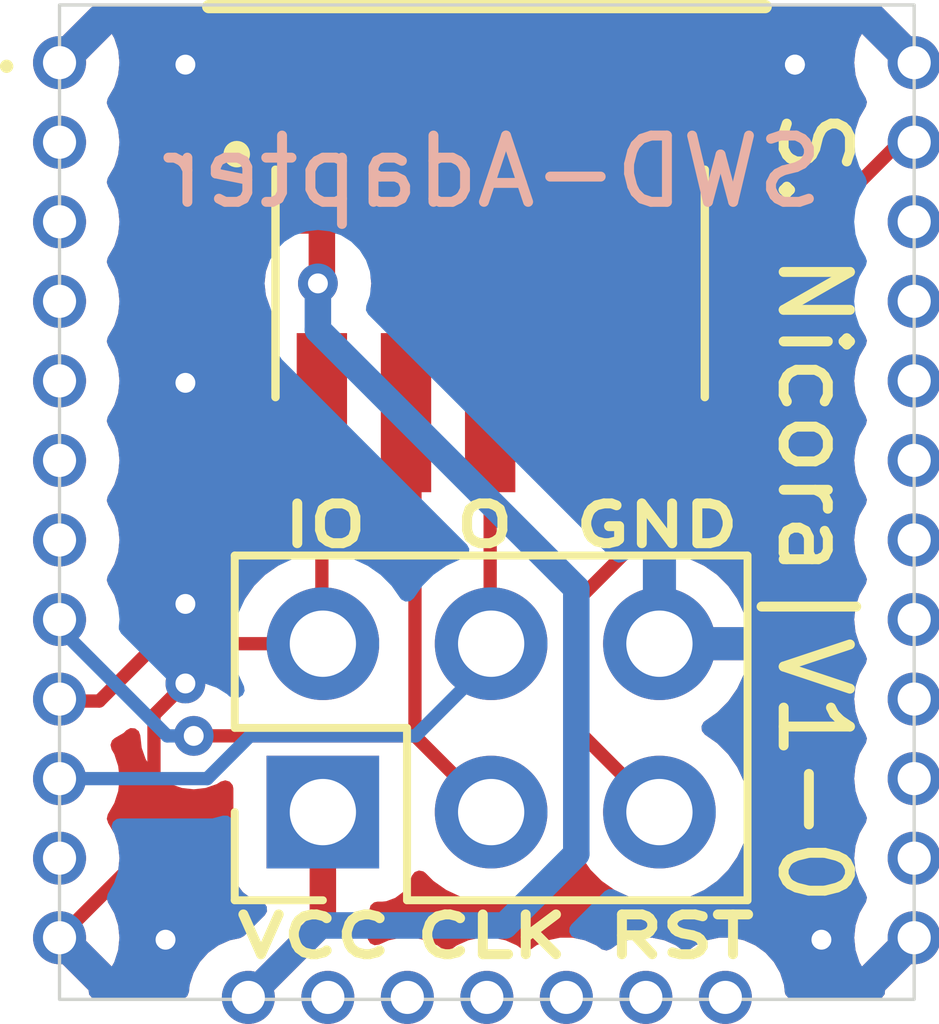
<source format=kicad_pcb>
(kicad_pcb (version 20240108) (generator "pcbnew") (generator_version "8.0")
  (layers (0 "F.Cu" signal) (31 "B.Cu" signal) (34 "B.Paste" user) (35 "F.Paste" user) (36 "B.SilkS" user "B.Silkscreen") (37 "F.SilkS" user "F.Silkscreen") (38 "B.Mask" user) (39 "F.Mask" user) (44 "Edge.Cuts" user))
  (net 0 "")
  (net 1 "/SWO")
  (net 2 "/SWDIO")
  (net 3 "GND")
  (net 4 "/Reset")
  (net 5 "VCC")
  (net 6 "/SWCLK")
  (footprint "footprints:BGM220PC22WGA2R_castellated-holes" (layer "F.Cu") (at 171.15 84.6702)
    (property "Reference" "J3" (hide yes))
    (property "Value" "Conn_01x31_Pin" (hide yes))
    (fp_line (start -3.6984 -14.0452) (end -3.6984 -14.0452) (stroke (width 0.1)) (layer "F.SilkS"))
    (fp_line (start -3.5984 -14.0452) (end -3.5984 -14.0452) (stroke (width 0.1)) (layer "F.SilkS"))
    (fp_line (start -0.5984 -14.9452) (end 7.8016 -14.9452) (stroke (width 0.2)) (layer "F.SilkS"))
    (fp_arc (start -3.6984 -14.0452) (mid -3.6484 -14.0952) (end -3.5984 -14.0452) (stroke (width 0.1)) (layer "F.SilkS"))
    (fp_arc (start -3.5984 -14.0452) (mid -3.6484 -13.9952) (end -3.6984 -14.0452) (stroke (width 0.1)) (layer "F.SilkS"))
    (pad "1" thru_hole circle (at -2.85 -14.1) (size 0.8 0.8) (drill 0.5) (layers "*.Cu" "*.Mask") (net 3 "GND"))
    (pad "2" thru_hole circle (at -2.85 -12.9) (size 0.8 0.8) (drill 0.5) (layers "*.Cu" "*.Mask"))
    (pad "3" thru_hole circle (at -2.85 -11.7) (size 0.8 0.8) (drill 0.5) (layers "*.Cu" "*.Mask"))
    (pad "4" thru_hole circle (at -2.85 -10.5) (size 0.8 0.8) (drill 0.5) (layers "*.Cu" "*.Mask"))
    (pad "5" thru_hole circle (at -2.85 -9.3) (size 0.8 0.8) (drill 0.5) (layers "*.Cu" "*.Mask"))
    (pad "6" thru_hole circle (at -2.85 -8.1) (size 0.8 0.8) (drill 0.5) (layers "*.Cu" "*.Mask"))
    (pad "7" thru_hole circle (at -2.85 -6.9) (size 0.8 0.8) (drill 0.5) (layers "*.Cu" "*.Mask"))
    (pad "8" thru_hole circle (at -2.85 -5.7) (size 0.8 0.8) (drill 0.5) (layers "*.Cu" "*.Mask") (net 6 "/SWCLK"))
    (pad "9" thru_hole circle (at -2.85 -4.5) (size 0.8 0.8) (drill 0.5) (layers "*.Cu" "*.Mask") (net 2 "/SWDIO"))
    (pad "10" thru_hole circle (at -2.85 -3.3) (size 0.8 0.8) (drill 0.5) (layers "*.Cu" "*.Mask") (net 1 "/SWO"))
    (pad "11" thru_hole circle (at -2.85 -2.1) (size 0.8 0.8) (drill 0.5) (layers "*.Cu" "*.Mask"))
    (pad "12" thru_hole circle (at -2.85 -0.9) (size 0.8 0.8) (drill 0.5) (layers "*.Cu" "*.Mask") (net 3 "GND"))
    (pad "13" thru_hole circle (at 0 0) (size 0.8 0.8) (drill 0.5) (layers "*.Cu" "*.Mask") (net 5 "VCC"))
    (pad "14" thru_hole circle (at 1.2 0) (size 0.8 0.8) (drill 0.5) (layers "*.Cu" "*.Mask"))
    (pad "15" thru_hole circle (at 2.4 0) (size 0.8 0.8) (drill 0.5) (layers "*.Cu" "*.Mask"))
    (pad "16" thru_hole circle (at 3.6 0) (size 0.8 0.8) (drill 0.5) (layers "*.Cu" "*.Mask"))
    (pad "17" thru_hole circle (at 4.8 0) (size 0.8 0.8) (drill 0.5) (layers "*.Cu" "*.Mask"))
    (pad "18" thru_hole circle (at 6 0) (size 0.8 0.8) (drill 0.5) (layers "*.Cu" "*.Mask"))
    (pad "19" thru_hole circle (at 7.2 0) (size 0.8 0.8) (drill 0.5) (layers "*.Cu" "*.Mask"))
    (pad "20" thru_hole circle (at 10.05 -0.9) (size 0.8 0.8) (drill 0.5) (layers "*.Cu" "*.Mask") (net 3 "GND"))
    (pad "21" thru_hole circle (at 10.05 -2.1) (size 0.8 0.8) (drill 0.5) (layers "*.Cu" "*.Mask"))
    (pad "22" thru_hole circle (at 10.05 -3.3) (size 0.8 0.8) (drill 0.5) (layers "*.Cu" "*.Mask"))
    (pad "23" thru_hole circle (at 10.05 -4.5) (size 0.8 0.8) (drill 0.5) (layers "*.Cu" "*.Mask"))
    (pad "24" thru_hole circle (at 10.05 -5.7) (size 0.8 0.8) (drill 0.5) (layers "*.Cu" "*.Mask"))
    (pad "25" thru_hole circle (at 10.05 -6.9) (size 0.8 0.8) (drill 0.5) (layers "*.Cu" "*.Mask"))
    (pad "26" thru_hole circle (at 10.05 -8.1) (size 0.8 0.8) (drill 0.5) (layers "*.Cu" "*.Mask"))
    (pad "27" thru_hole circle (at 10.05 -9.3) (size 0.8 0.8) (drill 0.5) (layers "*.Cu" "*.Mask"))
    (pad "28" thru_hole circle (at 10.05 -10.5) (size 0.8 0.8) (drill 0.5) (layers "*.Cu" "*.Mask"))
    (pad "29" thru_hole circle (at 10.05 -11.7) (size 0.8 0.8) (drill 0.5) (layers "*.Cu" "*.Mask"))
    (pad "30" thru_hole circle (at 10.05 -12.9) (size 0.8 0.8) (drill 0.5) (layers "*.Cu" "*.Mask") (net 4 "/Reset"))
    (pad "31" thru_hole circle (at 10.05 -14.1) (size 0.8 0.8) (drill 0.5) (layers "*.Cu" "*.Mask") (net 3 "GND"))
  )
  (footprint "Connector_PinHeader_2.54mm:PinHeader_2x03_P2.54mm_Vertical" (layer "F.Cu") (at 172.275 81.875 90)
    (property "Reference" "J1" (hide yes))
    (property "Value" "Conn_01x06_Pin" (hide yes))
    (fp_line (start 3.87 -1.33) (end 3.87 6.41) (stroke (width 0.12)) (layer "F.SilkS"))
    (fp_line (start 1.27 -1.33) (end 3.87 -1.33) (stroke (width 0.12)) (layer "F.SilkS"))
    (fp_line (start -1.33 -1.33) (end 0 -1.33) (stroke (width 0.12)) (layer "F.SilkS"))
    (fp_line (start -1.33 0) (end -1.33 -1.33) (stroke (width 0.12)) (layer "F.SilkS"))
    (fp_line (start 1.27 1.27) (end 1.27 -1.33) (stroke (width 0.12)) (layer "F.SilkS"))
    (fp_line (start -1.33 1.27) (end 1.27 1.27) (stroke (width 0.12)) (layer "F.SilkS"))
    (fp_line (start -1.33 1.27) (end -1.33 6.41) (stroke (width 0.12)) (layer "F.SilkS"))
    (fp_line (start -1.33 6.41) (end 3.87 6.41) (stroke (width 0.12)) (layer "F.SilkS"))
    (pad "1" thru_hole rect (at 0 0 90) (size 1.7 1.7) (drill 1) (layers "*.Cu" "*.Mask") (net 5 "VCC"))
    (pad "2" thru_hole oval (at 2.54 0 90) (size 1.7 1.7) (drill 1) (layers "*.Cu" "*.Mask") (net 2 "/SWDIO"))
    (pad "3" thru_hole oval (at 0 2.54 90) (size 1.7 1.7) (drill 1) (layers "*.Cu" "*.Mask") (net 6 "/SWCLK"))
    (pad "4" thru_hole oval (at 2.54 2.54 90) (size 1.7 1.7) (drill 1) (layers "*.Cu" "*.Mask") (net 1 "/SWO"))
    (pad "5" thru_hole oval (at 0 5.08 90) (size 1.7 1.7) (drill 1) (layers "*.Cu" "*.Mask") (net 4 "/Reset"))
    (pad "6" thru_hole oval (at 2.54 5.08 90) (size 1.7 1.7) (drill 1) (layers "*.Cu" "*.Mask") (net 3 "GND"))
  )
  (footprint "footprints:AMPHENOL_20021121-00010C4LF" (layer "F.Cu") (at 174.8 73.9)
    (property "Reference" "J2" (hide yes))
    (property "Value" "Header_20021121-00010C4LF" (hide yes))
    (fp_line (start -3.24 1.715) (end -3.24 -1.715) (stroke (width 0.127)) (layer "F.SilkS"))
    (fp_line (start 3.24 -1.715) (end 3.24 1.715) (stroke (width 0.127)) (layer "F.SilkS"))
    (fp_circle (center -3.825 -1.95) (end -3.725 -1.95) (stroke (width 0.2)) (fill none) (layer "F.SilkS"))
    (pad "1" smd rect (at -2.54 -1.95) (size 0.76 2.4) (layers "F.Cu" "F.Paste" "F.Mask") (net 5 "VCC"))
    (pad "2" smd rect (at -2.54 1.95) (size 0.76 2.4) (layers "F.Cu" "F.Paste" "F.Mask") (net 2 "/SWDIO"))
    (pad "3" smd rect (at -1.27 -1.95) (size 0.76 2.4) (layers "F.Cu" "F.Paste" "F.Mask") (net 3 "GND"))
    (pad "4" smd rect (at -1.27 1.95) (size 0.76 2.4) (layers "F.Cu" "F.Paste" "F.Mask") (net 6 "/SWCLK"))
    (pad "5" smd rect (at 0 -1.95) (size 0.76 2.4) (layers "F.Cu" "F.Paste" "F.Mask") (net 3 "GND"))
    (pad "6" smd rect (at 0 1.95) (size 0.76 2.4) (layers "F.Cu" "F.Paste" "F.Mask") (net 1 "/SWO"))
    (pad "7" smd rect (at 1.27 -1.95) (size 0.76 2.4) (layers "F.Cu" "F.Paste" "F.Mask"))
    (pad "8" smd rect (at 1.27 1.95) (size 0.76 2.4) (layers "F.Cu" "F.Paste" "F.Mask"))
    (pad "9" smd rect (at 2.54 -1.95) (size 0.76 2.4) (layers "F.Cu" "F.Paste" "F.Mask"))
    (pad "10" smd rect (at 2.54 1.95) (size 0.76 2.4) (layers "F.Cu" "F.Paste" "F.Mask") (net 4 "/Reset"))
  )
  (gr_rect (start 168.3 69.7) (end 181.2 84.7) (stroke (width 0.05)) (fill none) (layer "Edge.Cuts"))
  (gr_text "SWD-Adapter" (at 179.9 72.8 0) (layer "B.SilkS") (effects (font (size 1 1)) (justify left bottom mirror)))
  (gr_text "RST" (at 176.5 84.1 0) (layer "F.SilkS") (effects (font (size 0.6 0.8) (thickness 0.15) (bold yes)) (justify left bottom)))
  (gr_text "S. Nicora|V1-0" (at 179.1 71.2 270) (layer "F.SilkS") (effects (font (size 1 1)) (justify left bottom)))
  (gr_text "GND" (at 176 77.9 0) (layer "F.SilkS") (effects (font (size 0.6 0.8) (thickness 0.15) (bold yes)) (justify left bottom)))
  (gr_text "CLK" (at 173.6 84.1 0) (layer "F.SilkS") (effects (font (size 0.6 0.8) (thickness 0.15) (bold yes)) (justify left bottom)))
  (gr_text "IO" (at 171.6 77.9 0) (layer "F.SilkS") (effects (font (size 0.6 0.8) (thickness 0.15) (bold yes)) (justify left bottom)))
  (gr_text "VCC" (at 170.9 84.1 0) (layer "F.SilkS") (effects (font (size 0.6 0.8) (thickness 0.15) (bold yes)) (justify left bottom)))
  (gr_text "O" (at 174.2 77.9 0) (layer "F.SilkS") (effects (font (size 0.6 0.8) (thickness 0.15) (bold yes)) (justify left bottom)))
  (segment (start 174.8 75.55) (end 174.8 79.32) (width 0.2) (layer "F.Cu") (net 1))
  (segment (start 174.8 79.32) (end 174.815 79.335) (width 0.2) (layer "F.Cu") (net 1))
  (segment (start 173.675 80.725) (end 174.815 79.585) (width 0.2) (layer "B.Cu") (net 1))
  (segment (start 171.175 80.725) (end 173.675 80.725) (width 0.2) (layer "B.Cu") (net 1))
  (segment (start 174.815 79.585) (end 174.815 79.335) (width 0.2) (layer "B.Cu") (net 1))
  (segment (start 168.3 81.3702) (end 170.5298 81.3702) (width 0.2) (layer "B.Cu") (net 1))
  (segment (start 170.5298 81.3702) (end 171.175 80.725) (width 0.2) (layer "B.Cu") (net 1))
  (segment (start 168.9 80.2) (end 168.3298 80.2) (width 0.2) (layer "F.Cu") (net 2))
  (segment (start 168.3298 80.2) (end 168.3 80.1702) (width 0.2) (layer "F.Cu") (net 2))
  (segment (start 172.26 75.55) (end 172.26 79.32) (width 0.2) (layer "F.Cu") (net 2))
  (segment (start 172.275 79.335) (end 169.765 79.335) (width 0.2) (layer "F.Cu") (net 2))
  (segment (start 169.765 79.335) (end 168.9 80.2) (width 0.2) (layer "F.Cu") (net 2))
  (segment (start 172.26 79.32) (end 172.275 79.335) (width 0.2) (layer "F.Cu") (net 2))
  (segment (start 168.3 83.7702) (end 169.725735 82.344465) (width 0.2) (layer "F.Cu") (net 3))
  (segment (start 169.725735 80.409265) (end 170.2 79.935) (width 0.2) (layer "F.Cu") (net 3))
  (segment (start 169.725735 82.344465) (end 169.725735 80.409265) (width 0.2) (layer "F.Cu") (net 3))
  (via (at 169.9 83.8) (size 0.6) (drill 0.3) (layers "F.Cu" "B.Cu") (net 3))
  (via (at 170.2 79.935) (size 0.6) (drill 0.3) (layers "F.Cu" "B.Cu") (net 3))
  (via (at 170.2 78.735) (size 0.6) (drill 0.3) (layers "F.Cu" "B.Cu") (net 3))
  (via (at 179.4 70.6) (size 0.6) (drill 0.3) (layers "F.Cu" "B.Cu") (net 3))
  (via (at 170.2 70.6) (size 0.6) (drill 0.3) (layers "F.Cu" "B.Cu") (net 3))
  (via (at 170.2 75.4) (size 0.6) (drill 0.3) (layers "F.Cu" "B.Cu") (net 3))
  (via (at 179.4 70.6) (size 0.6) (drill 0.3) (layers "F.Cu" "B.Cu") (net 3))
  (via (at 179.8 83.8) (size 0.6) (drill 0.3) (layers "F.Cu" "B.Cu") (net 3))
  (segment (start 170.2 79.935) (end 170.2 78.735) (width 0.2) (layer "B.Cu") (net 3))
  (segment (start 176.1 80.62) (end 176.1 78.7) (width 0.2) (layer "F.Cu") (net 4))
  (segment (start 177.355 81.875) (end 176.1 80.62) (width 0.2) (layer "F.Cu") (net 4))
  (segment (start 178.15 75.85) (end 180.1 73.9) (width 0.2) (layer "F.Cu") (net 4))
  (segment (start 177.34 77.46) (end 177.34 75.85) (width 0.2) (layer "F.Cu") (net 4))
  (segment (start 176.1 78.7) (end 177.34 77.46) (width 0.2) (layer "F.Cu") (net 4))
  (segment (start 180.1 72.650358) (end 180.980158 71.7702) (width 0.2) (layer "F.Cu") (net 4))
  (segment (start 177.34 75.85) (end 178.15 75.85) (width 0.2) (layer "F.Cu") (net 4))
  (segment (start 180.980158 71.7702) (end 181.2 71.7702) (width 0.2) (layer "F.Cu") (net 4))
  (segment (start 180.1 73.9) (end 180.1 72.650358) (width 0.2) (layer "F.Cu") (net 4))
  (segment (start 172.2 73.9) (end 172.26 73.84) (width 0.4) (layer "F.Cu") (net 5))
  (segment (start 172.26 73.84) (end 172.26 71.65) (width 0.4) (layer "F.Cu") (net 5))
  (segment (start 171.15 84.6702) (end 172.275 83.5452) (width 0.4) (layer "F.Cu") (net 5))
  (segment (start 172.275 83.5452) (end 172.275 81.875) (width 0.4) (layer "F.Cu") (net 5))
  (via (at 172.2 73.9) (size 0.6) (drill 0.3) (layers "F.Cu" "B.Cu") (net 5))
  (segment (start 176.1 82.506987) (end 175.021783 83.585204) (width 0.4) (layer "B.Cu") (net 5))
  (segment (start 175.021783 83.585204) (end 172.234996 83.585204) (width 0.4) (layer "B.Cu") (net 5))
  (segment (start 172.2 74.6) (end 176.1 78.5) (width 0.4) (layer "B.Cu") (net 5))
  (segment (start 176.1 78.5) (end 176.1 82.506987) (width 0.4) (layer "B.Cu") (net 5))
  (segment (start 172.2 73.9) (end 172.2 74.6) (width 0.4) (layer "B.Cu") (net 5))
  (segment (start 172.234996 83.585204) (end 171.15 84.6702) (width 0.4) (layer "B.Cu") (net 5))
  (segment (start 173.665 75.685) (end 173.665 80.725) (width 0.2) (layer "F.Cu") (net 6))
  (segment (start 173.665 80.725) (end 174.815 81.875) (width 0.2) (layer "F.Cu") (net 6))
  (segment (start 173.53 75.55) (end 173.665 75.685) (width 0.2) (layer "F.Cu") (net 6))
  (segment (start 170.32647 80.725) (end 173.665 80.725) (width 0.2) (layer "F.Cu") (net 6))
  (segment (start 170.325735 80.725735) (end 170.32647 80.725) (width 0.2) (layer "F.Cu") (net 6))
  (via (at 170.325735 80.725735) (size 0.6) (drill 0.3) (layers "F.Cu" "B.Cu") (net 6))
  (segment (start 169.925735 80.725735) (end 168.3 79.1) (width 0.2) (layer "B.Cu") (net 6))
  (segment (start 168.3 79.1) (end 168.3 78.9702) (width 0.2) (layer "B.Cu") (net 6))
  (segment (start 170.325735 80.725735) (end 169.925735 80.725735) (width 0.2) (layer "B.Cu") (net 6))
  (zone (net 3) (net_name "GND") (layer "F.Cu") (connect_pads (clearance 0.5)) (min_thickness 0.25) (fill yes (thermal_gap 0.5) (thermal_bridge_width 0.5))
    (polygon (pts (xy 168.3 69.7) (xy 181.2 69.7) (xy 181.2 84.7) (xy 168.3 84.7)))
  )
  (zone (net 0) (net_name "") (layers "F.Cu" "Edge.Cuts") (connect_pads (clearance 0)) (min_thickness 0.25)
    (keepout (tracks allowed) (vias allowed) (pads allowed) (copperpour not_allowed) (footprints allowed))
    (fill (thermal_gap 0.5) (thermal_bridge_width 0.5))
    (polygon (pts (xy 173.5 71.5) (xy 174.8 71.5) (xy 174.8 72.7) (xy 173.5 72.7)))
  )
  (zone (net 3) (net_name "GND") (layer "B.Cu") (connect_pads (clearance 0.5)) (min_thickness 0.25) (fill yes (thermal_gap 0.5) (thermal_bridge_width 0.5))
    (polygon (pts (xy 168.3 69.7) (xy 181.2 69.7) (xy 181.2 84.7) (xy 168.3 84.7)))
  )
)
</source>
